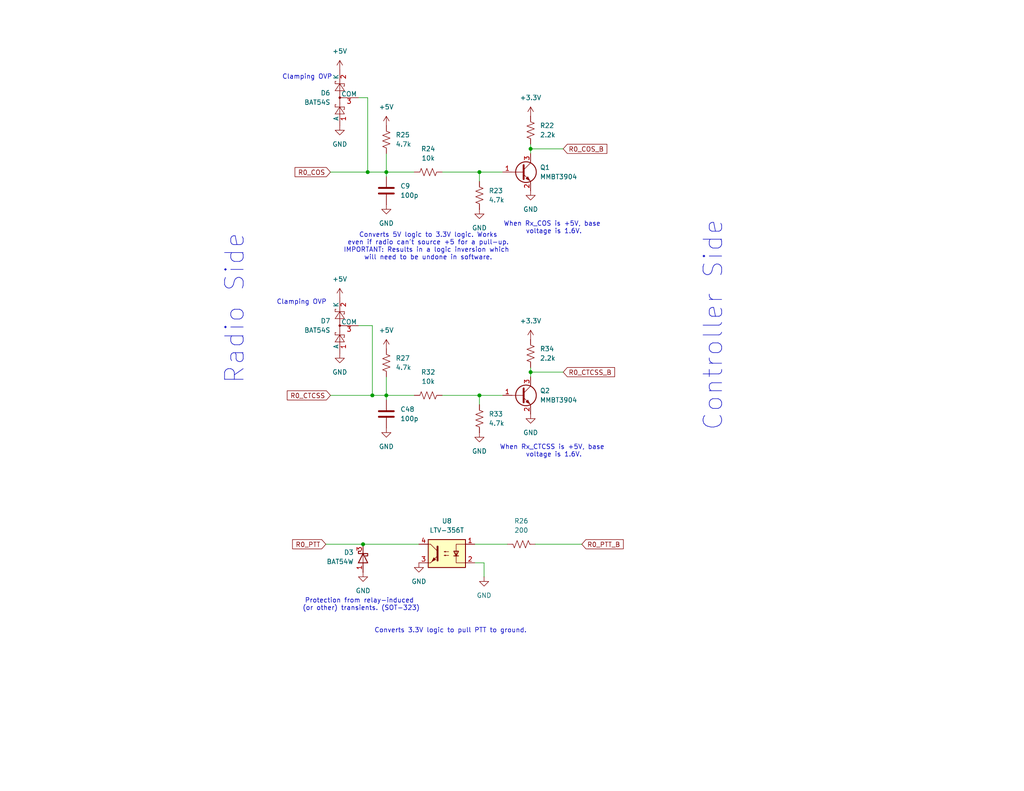
<source format=kicad_sch>
(kicad_sch (version 20250114) (generator "eeschema") (generator_version "9.0")
  (paper "USLetter")
  (title_block (title "COS/CTCSS/PTT Controls (Radio 0)") (date "2025-05-31") (rev "2") (company "Bruce MacKinnon KC1FSZ") (comment 1 "Copyright (C) Bruce MacKinnon, 2025") (comment 2 "NOT FOR COMMERCIAL USE"))
  (lib_symbols
    (symbol "Device:C" (pin_numbers (hide yes)) (pin_names (offset 0.254))
      (property "Reference" "C" (at 0.635 2.54 0))
      (property "Value" "C" (at 0.635 -2.54 0))
      (symbol "C_0_1"
        (polyline (pts (xy -2.032 0.762) (xy 2.032 0.762)) (stroke (width 0.508)))
        (polyline (pts (xy -2.032 -0.762) (xy 2.032 -0.762)) (stroke (width 0.508)))
      )
      (symbol "C_1_1"
        (pin passive line (at 0 3.81 270) (length 2.794) (name "~") (number "1"))
        (pin passive line (at 0 -3.81 90) (length 2.794) (name "~") (number "2"))
      )
    )
    (symbol "Device:R_US" (pin_numbers (hide yes)) (pin_names (offset 0))
      (property "Reference" "R" (at 2.54 0 90))
      (property "Value" "R_US" (at -2.54 0 90))
      (symbol "R_US_0_1"
        (polyline (pts (xy 0 2.286) (xy 0 2.54)))
        (polyline (pts (xy 0 2.286) (xy 1.016 1.905) (xy 0 1.524) (xy -1.016 1.143) (xy 0 0.762)))
        (polyline (pts (xy 0 0.762) (xy 1.016 0.381) (xy 0 0) (xy -1.016 -0.381) (xy 0 -0.762)))
        (polyline (pts (xy 0 -0.762) (xy 1.016 -1.143) (xy 0 -1.524) (xy -1.016 -1.905) (xy 0 -2.286)))
        (polyline (pts (xy 0 -2.286) (xy 0 -2.54)))
      )
      (symbol "R_US_1_1"
        (pin passive line (at 0 3.81 270) (length 1.27) (name "~") (number "1"))
        (pin passive line (at 0 -3.81 90) (length 1.27) (name "~") (number "2"))
      )
    )
    (symbol "Diode:BAT54S" (pin_names (offset 0))
      (property "Reference" "D" (at 2.54 -5.08 0))
      (property "Value" "BAT54S" (at -6.35 3.175 0))
      (symbol "BAT54S_0_1"
        (polyline (pts (xy -4.445 1.27) (xy -4.445 -1.27) (xy -2.54 0) (xy -4.445 1.27)))
        (polyline (pts (xy -3.81 0) (xy -1.27 0)))
        (polyline (pts (xy -3.175 -1.27) (xy -3.175 -1.016)))
        (polyline (pts (xy -2.54 1.27) (xy -1.905 1.27)))
        (polyline (pts (xy -2.54 -1.27) (xy -3.175 -1.27)))
        (polyline (pts (xy -2.54 -1.27) (xy -2.54 1.27)))
        (polyline (pts (xy -1.905 1.27) (xy -1.905 1.016)))
        (polyline (pts (xy -1.905 0) (xy 1.905 0)))
        (circle (center 0 0) (radius 0.254) (fill (type outline)))
        (polyline (pts (xy 1.27 0) (xy 3.81 0)))
        (polyline (pts (xy 1.905 1.27) (xy 1.905 -1.27) (xy 3.81 0) (xy 1.905 1.27)))
        (polyline (pts (xy 3.175 -1.27) (xy 3.175 -1.016)))
        (polyline (pts (xy 3.81 1.27) (xy 4.445 1.27)))
        (polyline (pts (xy 3.81 -1.27) (xy 3.175 -1.27)))
        (polyline (pts (xy 3.81 -1.27) (xy 3.81 1.27)))
        (polyline (pts (xy 4.445 1.27) (xy 4.445 1.016)))
      )
      (symbol "BAT54S_1_1"
        (pin passive line (at -7.62 0 0) (length 3.81) (name "A") (number "1"))
        (pin passive line (at 0 -5.08 90) (length 5.08) (name "COM") (number "3"))
        (pin passive line (at 7.62 0 180) (length 3.81) (name "K") (number "2"))
      )
    )
    (symbol "Diode:BAT54W" (pin_names (offset 1.016) (hide yes))
      (property "Reference" "D" (at 0 2.54 0))
      (property "Value" "BAT54W" (at 0 -2.54 0))
      (symbol "BAT54W_0_1"
        (polyline (pts (xy -1.905 0.635) (xy -1.905 1.27) (xy -1.27 1.27) (xy -1.27 -1.27) (xy -0.635 -1.27) (xy -0.635 -0.635)) (stroke (width 0.254)))
        (polyline (pts (xy 1.27 1.27) (xy 1.27 -1.27) (xy -1.27 0) (xy 1.27 1.27)) (stroke (width 0.254)))
        (polyline (pts (xy 1.27 0) (xy -1.27 0)))
      )
      (symbol "BAT54W_1_1"
        (pin passive line (at -3.81 0 0) (length 2.54) (name "K") (number "3"))
        (pin no_connect line (at 0 0 90) (length 2.54) (hide yes) (name "NC") (number "2"))
        (pin passive line (at 3.81 0 180) (length 2.54) (name "A") (number "1"))
      )
    )
    (symbol "Isolator:LTV-356T" (pin_names (offset 1.016))
      (property "Reference" "U" (at -5.334 4.826 0))
      (property "Value" "LTV-356T" (at 0 5.08 0))
      (symbol "LTV-356T_0_1"
        (rectangle (start -5.08 3.81) (end 5.08 -3.81) (stroke (width 0.254)) (fill (type background)))
        (polyline (pts (xy -5.08 2.54) (xy -2.54 2.54) (xy -2.54 -0.762)))
        (polyline (pts (xy -3.175 -0.635) (xy -1.905 -0.635)) (stroke (width 0.254)))
        (polyline (pts (xy -2.54 -0.635) (xy -2.54 -2.54) (xy -5.08 -2.54)))
        (polyline (pts (xy -2.54 -0.635) (xy -3.175 0.635) (xy -1.905 0.635) (xy -2.54 -0.635)) (stroke (width 0.254)))
        (polyline (pts (xy -0.508 0.508) (xy 0.762 0.508) (xy 0.381 0.381) (xy 0.381 0.635) (xy 0.762 0.508)))
        (polyline (pts (xy -0.508 -0.508) (xy 0.762 -0.508) (xy 0.381 -0.635) (xy 0.381 -0.381) (xy 0.762 -0.508)))
        (polyline (pts (xy 2.54 1.905) (xy 2.54 -1.905) (xy 2.54 -1.905)) (stroke (width 0.508)))
        (polyline (pts (xy 2.54 0.635) (xy 4.445 2.54)))
        (polyline (pts (xy 3.048 -1.651) (xy 3.556 -1.143) (xy 4.064 -2.159) (xy 3.048 -1.651) (xy 3.048 -1.651)) (fill (type outline)))
        (polyline (pts (xy 4.445 2.54) (xy 5.08 2.54)))
        (polyline (pts (xy 4.445 -2.54) (xy 2.54 -0.635)) (fill (type outline)))
        (polyline (pts (xy 4.445 -2.54) (xy 5.08 -2.54)))
      )
      (symbol "LTV-356T_1_1"
        (pin passive line (at -7.62 2.54 0) (length 2.54) (name "~") (number "1"))
        (pin passive line (at -7.62 -2.54 0) (length 2.54) (name "~") (number "2"))
        (pin passive line (at 7.62 2.54 180) (length 2.54) (name "~") (number "4"))
        (pin passive line (at 7.62 -2.54 180) (length 2.54) (name "~") (number "3"))
      )
    )
    (symbol "Transistor_BJT:MMBT3904" (pin_names (offset 0) (hide yes))
      (property "Reference" "Q" (at 5.08 1.905 0))
      (property "Value" "MMBT3904" (at 5.08 0 0))
      (symbol "MMBT3904_0_1"
        (polyline (pts (xy -2.54 0) (xy 0.635 0)))
        (polyline (pts (xy 0.635 1.905) (xy 0.635 -1.905)) (stroke (width 0.508)))
        (circle (center 1.27 0) (radius 2.8194) (stroke (width 0.254)))
      )
      (symbol "MMBT3904_1_1"
        (polyline (pts (xy 0.635 0.635) (xy 2.54 2.54)))
        (polyline (pts (xy 0.635 -0.635) (xy 2.54 -2.54)))
        (polyline (pts (xy 1.27 -1.778) (xy 1.778 -1.27) (xy 2.286 -2.286) (xy 1.27 -1.778)) (fill (type outline)))
        (pin input line (at -5.08 0 0) (length 2.54) (name "B") (number "1"))
        (pin passive line (at 2.54 5.08 270) (length 2.54) (name "C") (number "3"))
        (pin passive line (at 2.54 -5.08 90) (length 2.54) (name "E") (number "2"))
      )
    )
    (symbol "power:+3.3V" (power) (pin_numbers (hide yes)) (pin_names (offset 0) (hide yes))
      (property "Value" "+3.3V" (at 0 3.556 0))
      (symbol "+3.3V_0_1"
        (polyline (pts (xy -0.762 1.27) (xy 0 2.54)))
        (polyline (pts (xy 0 2.54) (xy 0.762 1.27)))
        (polyline (pts (xy 0 0) (xy 0 2.54)))
      )
      (symbol "+3.3V_1_1"
        (pin power_in line (at 0 0 90) (length 0) (name "~") (number "1"))
      )
    )
    (symbol "power:+5V" (power) (pin_numbers (hide yes)) (pin_names (offset 0) (hide yes))
      (property "Value" "+5V" (at 0 3.556 0))
      (symbol "+5V_0_1"
        (polyline (pts (xy -0.762 1.27) (xy 0 2.54)))
        (polyline (pts (xy 0 2.54) (xy 0.762 1.27)))
        (polyline (pts (xy 0 0) (xy 0 2.54)))
      )
      (symbol "+5V_1_1"
        (pin power_in line (at 0 0 90) (length 0) (name "~") (number "1"))
      )
    )
    (symbol "power:GND" (power) (pin_numbers (hide yes)) (pin_names (offset 0) (hide yes))
      (property "Value" "GND" (at 0 -3.81 0))
      (symbol "GND_0_1"
        (polyline (pts (xy 0 0) (xy 0 -1.27) (xy 1.27 -1.27) (xy 0 -2.54) (xy -1.27 -1.27) (xy 0 -1.27)))
      )
      (symbol "GND_1_1"
        (pin power_in line (at 0 0 270) (length 0) (name "~") (number "1"))
      )
    )
  )
  (text "Clamping OVP" (at 82.296 82.55 0) (effects (font (size 1.27 1.27))))
  (text "Clamping OVP" (at 83.82 21.082 0) (effects (font (size 1.27 1.27))))
  (text "When Rx_COS is +5V, base \nvoltage is 1.6V." (at 151.13 62.23 0) (effects (font (size 1.27 1.27))))
  (text "When Rx_CTCSS is +5V, base \nvoltage is 1.6V." (at 151.13 123.19 0) (effects (font (size 1.27 1.27))))
  (text "Controller Side" (at 194.564 88.9 90) (effects (font (size 5.08 5.08))))
  (text "Converts 5V logic to 3.3V logic. Works\neven if radio can't source +5 for a pull-up.\nIMPORTANT: Results in a logic inversion which \nwill need to be undone in software." (at 116.84 67.31 0) (effects (font (size 1.27 1.27))))
  (text "Radio Side" (at 64.008 84.328 90) (effects (font (size 5.08 5.08))))
  (text "Protection from relay-induced \n(or other) transients. (SOT-323)" (at 98.552 165.1 0) (effects (font (size 1.27 1.27))))
  (text "Converts 3.3V logic to pull PTT to ground." (at 122.936 172.212 0) (effects (font (size 1.27 1.27))))
  (junction (at 100.33 46.99))
  (junction (at 105.41 46.99))
  (junction (at 144.78 101.6))
  (junction (at 130.81 107.95))
  (junction (at 105.41 107.95))
  (junction (at 99.06 148.59))
  (junction (at 130.81 46.99))
  (junction (at 101.6 107.95))
  (junction (at 144.78 40.64))
  (wire (pts (xy 105.41 46.99) (xy 113.03 46.99)))
  (wire (pts (xy 138.43 148.59) (xy 129.54 148.59)))
  (wire (pts (xy 97.79 26.67) (xy 100.33 26.67)))
  (wire (pts (xy 114.3 148.59) (xy 99.06 148.59)))
  (wire (pts (xy 100.33 26.67) (xy 100.33 46.99)))
  (wire (pts (xy 144.78 101.6) (xy 144.78 102.87)))
  (wire (pts (xy 129.54 153.67) (xy 132.08 153.67)))
  (wire (pts (xy 158.75 148.59) (xy 146.05 148.59)))
  (wire (pts (xy 120.65 46.99) (xy 130.81 46.99)))
  (wire (pts (xy 144.78 40.64) (xy 144.78 41.91)))
  (wire (pts (xy 144.78 39.37) (xy 144.78 40.64)))
  (wire (pts (xy 130.81 107.95) (xy 137.16 107.95)))
  (wire (pts (xy 105.41 46.99) (xy 100.33 46.99)))
  (wire (pts (xy 144.78 40.64) (xy 153.67 40.64)))
  (wire (pts (xy 105.41 102.87) (xy 105.41 107.95)))
  (wire (pts (xy 120.65 107.95) (xy 130.81 107.95)))
  (wire (pts (xy 144.78 100.33) (xy 144.78 101.6)))
  (wire (pts (xy 105.41 107.95) (xy 105.41 109.22)))
  (wire (pts (xy 97.79 88.9) (xy 101.6 88.9)))
  (wire (pts (xy 105.41 46.99) (xy 105.41 48.26)))
  (wire (pts (xy 100.33 46.99) (xy 90.17 46.99)))
  (wire (pts (xy 101.6 107.95) (xy 90.17 107.95)))
  (wire (pts (xy 130.81 46.99) (xy 130.81 49.53)))
  (wire (pts (xy 105.41 107.95) (xy 101.6 107.95)))
  (wire (pts (xy 130.81 107.95) (xy 130.81 110.49)))
  (wire (pts (xy 105.41 41.91) (xy 105.41 46.99)))
  (wire (pts (xy 132.08 153.67) (xy 132.08 157.48)))
  (wire (pts (xy 99.06 148.59) (xy 88.9 148.59)))
  (wire (pts (xy 144.78 101.6) (xy 153.67 101.6)))
  (wire (pts (xy 101.6 88.9) (xy 101.6 107.95)))
  (wire (pts (xy 105.41 107.95) (xy 113.03 107.95)))
  (wire (pts (xy 130.81 46.99) (xy 137.16 46.99)))
  (global_label "R0_CTCSS_B" (shape input) (at 153.67 101.6 0) (property "Intersheetrefs" "${INTERSHEET_REFS}" (effects (hide yes))))
  (global_label "R0_PTT" (shape input) (at 88.9 148.59 180) (property "Intersheetrefs" "${INTERSHEET_REFS}" (effects (hide yes))))
  (global_label "R0_COS" (shape input) (at 90.17 46.99 180) (property "Intersheetrefs" "${INTERSHEET_REFS}" (effects (hide yes))))
  (global_label "R0_COS_B" (shape input) (at 153.67 40.64 0) (property "Intersheetrefs" "${INTERSHEET_REFS}" (effects (hide yes))))
  (global_label "R0_CTCSS" (shape input) (at 90.17 107.95 180) (property "Intersheetrefs" "${INTERSHEET_REFS}" (effects (hide yes))))
  (global_label "R0_PTT_B" (shape input) (at 158.75 148.59 0) (property "Intersheetrefs" "${INTERSHEET_REFS}" (effects (hide yes))))
  (symbol (lib_id "Diode:BAT54S") (at 92.71 26.67 90) (unit 1)
    (property "Reference" "D6" (at 90.17 25.3999 90) (effects (justify left)))
    (property "Value" "BAT54S" (at 90.17 27.9399 90) (effects (justify left)))
    (property "Footprint" "Package_TO_SOT_SMD:SOT-23" (effects (hide yes)))
    (property "Datasheet" "https://www.diodes.com/assets/Datasheets/ds11005.pdf" (effects (hide yes)))
    (property "Description" "Vr 30V, If 200mA, Dual schottky barrier diode, in series, SOT-323" (effects (hide yes)))
  )
  (symbol (lib_id "Transistor_BJT:MMBT3904") (at 142.24 107.95 0) (unit 1)
    (property "Reference" "Q2" (at 147.32 106.6799 0) (effects (justify left)))
    (property "Value" "MMBT3904" (at 147.32 109.2199 0) (effects (justify left)))
    (property "Footprint" "Package_TO_SOT_SMD:SOT-23" (effects (hide yes)))
    (property "Datasheet" "https://www.onsemi.com/pdf/datasheet/pzt3904-d.pdf" (effects (hide yes)))
    (property "Description" "0.2A Ic, 40V Vce, Small Signal NPN Transistor, SOT-23" (effects (hide yes)))
  )
  (symbol (lib_id "power:GND") (at 144.78 52.07 0) (unit 1)
    (property "Reference" "#PWR068" (effects (hide yes)))
    (property "Value" "GND" (at 144.78 57.15 0))
    (property "Description" "Power symbol creates a global label with name \"GND\" , ground" (effects (hide yes)))
  )
  (symbol (lib_id "power:GND") (at 114.3 153.67 0) (mirror y) (unit 1)
    (property "Reference" "#PWR074" (effects (hide yes)))
    (property "Value" "GND" (at 114.3 158.75 0))
    (property "Description" "Power symbol creates a global label with name \"GND\" , ground" (effects (hide yes)))
  )
  (symbol (lib_id "Diode:BAT54S") (at 92.71 88.9 90) (unit 1)
    (property "Reference" "D7" (at 90.17 87.6299 90) (effects (justify left)))
    (property "Value" "BAT54S" (at 90.17 90.1699 90) (effects (justify left)))
    (property "Footprint" "Package_TO_SOT_SMD:SOT-23" (effects (hide yes)))
    (property "Datasheet" "https://www.diodes.com/assets/Datasheets/ds11005.pdf" (effects (hide yes)))
    (property "Description" "Vr 30V, If 200mA, Dual schottky barrier diode, in series, SOT-323" (effects (hide yes)))
  )
  (symbol (lib_id "power:+5V") (at 105.41 95.25 0) (unit 1)
    (property "Reference" "#PWR0111" (effects (hide yes)))
    (property "Value" "+5V" (at 105.41 90.17 0))
    (property "Description" "Power symbol creates a global label with name \"+5V\"" (effects (hide yes)))
  )
  (symbol (lib_id "power:GND") (at 130.81 57.15 0) (unit 1)
    (property "Reference" "#PWR072" (effects (hide yes)))
    (property "Value" "GND" (at 130.81 62.23 0))
    (property "Description" "Power symbol creates a global label with name \"GND\" , ground" (effects (hide yes)))
  )
  (symbol (lib_id "Diode:BAT54W") (at 99.06 152.4 90) (mirror x) (unit 1)
    (property "Reference" "D3" (at 96.52 150.8124 90) (effects (justify left)))
    (property "Value" "BAT54W" (at 96.52 153.3524 90) (effects (justify left)))
    (property "Footprint" "Package_TO_SOT_SMD:SOT-323_SC-70" (effects (hide yes)))
    (property "Datasheet" "https://assets.nexperia.com/documents/data-sheet/BAT54W_SER.pdf" (effects (hide yes)))
    (property "Description" "Schottky barrier diode, SOT-323" (effects (hide yes)))
  )
  (symbol (lib_id "power:+3.3V") (at 144.78 31.75 0) (unit 1)
    (property "Reference" "#PWR015" (effects (hide yes)))
    (property "Value" "+3.3V" (at 144.78 26.67 0))
    (property "Description" "Power symbol creates a global label with name \"+3.3V\"" (effects (hide yes)))
  )
  (symbol (lib_id "Device:R_US") (at 116.84 107.95 90) (unit 1)
    (property "Reference" "R32" (at 116.84 101.6 90))
    (property "Value" "10k" (at 116.84 104.14 90))
    (property "Footprint" "Resistor_SMD:R_0805_2012Metric_Pad1.20x1.40mm_HandSolder" (effects (hide yes)))
    (property "Description" "Resistor, US symbol" (effects (hide yes)))
  )
  (symbol (lib_id "power:GND") (at 130.81 118.11 0) (unit 1)
    (property "Reference" "#PWR0113" (effects (hide yes)))
    (property "Value" "GND" (at 130.81 123.19 0))
    (property "Description" "Power symbol creates a global label with name \"GND\" , ground" (effects (hide yes)))
  )
  (symbol (lib_id "Isolator:LTV-356T") (at 121.92 151.13 0) (mirror y) (unit 1)
    (property "Reference" "U8" (at 121.92 142.24 0))
    (property "Value" "LTV-356T" (at 121.92 144.78 0))
    (property "Footprint" "Package_SO:SO-4_4.4x3.6mm_P2.54mm" (effects (hide yes)))
    (property "Datasheet" "http://optoelectronics.liteon.com/upload/download/DS70-2001-010/S_110_LTV-356T%2020140520.pdf" (effects (hide yes)))
    (property "Description" "DC Optocoupler, Vce 80V, CTR 50%, SO-4" (effects (hide yes)))
  )
  (symbol (lib_id "Device:R_US") (at 105.41 38.1 0) (unit 1)
    (property "Reference" "R25" (at 107.95 36.8299 0) (effects (justify left)))
    (property "Value" "4.7k" (at 107.95 39.3699 0) (effects (justify left)))
    (property "Footprint" "Resistor_SMD:R_0805_2012Metric_Pad1.20x1.40mm_HandSolder" (effects (hide yes)))
    (property "Description" "Resistor, US symbol" (effects (hide yes)))
  )
  (symbol (lib_id "power:+5V") (at 92.71 19.05 0) (unit 1)
    (property "Reference" "#PWR0102" (effects (hide yes)))
    (property "Value" "+5V" (at 92.71 13.97 0))
    (property "Description" "Power symbol creates a global label with name \"+5V\"" (effects (hide yes)))
  )
  (symbol (lib_id "Device:R_US") (at 142.24 148.59 270) (mirror x) (unit 1)
    (property "Reference" "R26" (at 142.24 142.24 90))
    (property "Value" "200" (at 142.24 144.78 90))
    (property "Footprint" "Resistor_SMD:R_0805_2012Metric_Pad1.20x1.40mm_HandSolder" (effects (hide yes)))
    (property "Description" "Resistor, US symbol" (effects (hide yes)))
  )
  (symbol (lib_id "Device:R_US") (at 116.84 46.99 90) (unit 1)
    (property "Reference" "R24" (at 116.84 40.64 90))
    (property "Value" "10k" (at 116.84 43.18 90))
    (property "Footprint" "Resistor_SMD:R_0805_2012Metric_Pad1.20x1.40mm_HandSolder" (effects (hide yes)))
    (property "Description" "Resistor, US symbol" (effects (hide yes)))
  )
  (symbol (lib_id "Device:C") (at 105.41 52.07 0) (unit 1)
    (property "Reference" "C9" (at 109.22 50.7999 0) (effects (justify left)))
    (property "Value" "100p" (at 109.22 53.3399 0) (effects (justify left)))
    (property "Footprint" "Capacitor_SMD:C_0805_2012Metric_Pad1.18x1.45mm_HandSolder" (effects (hide yes)))
    (property "Description" "Unpolarized capacitor" (effects (hide yes)))
  )
  (symbol (lib_id "power:GND") (at 99.06 156.21 0) (mirror y) (unit 1)
    (property "Reference" "#PWR017" (effects (hide yes)))
    (property "Value" "GND" (at 99.06 161.29 0))
    (property "Description" "Power symbol creates a global label with name \"GND\" , ground" (effects (hide yes)))
  )
  (symbol (lib_id "power:GND") (at 132.08 157.48 0) (mirror y) (unit 1)
    (property "Reference" "#PWR070" (effects (hide yes)))
    (property "Value" "GND" (at 132.08 162.56 0))
    (property "Description" "Power symbol creates a global label with name \"GND\" , ground" (effects (hide yes)))
  )
  (symbol (lib_id "power:+5V") (at 105.41 34.29 0) (unit 1)
    (property "Reference" "#PWR075" (effects (hide yes)))
    (property "Value" "+5V" (at 105.41 29.21 0))
    (property "Description" "Power symbol creates a global label with name \"+5V\"" (effects (hide yes)))
  )
  (symbol (lib_id "Device:R_US") (at 144.78 35.56 0) (unit 1)
    (property "Reference" "R22" (at 147.32 34.2899 0) (effects (justify left)))
    (property "Value" "2.2k" (at 147.32 36.8299 0) (effects (justify left)))
    (property "Footprint" "Resistor_SMD:R_0805_2012Metric_Pad1.20x1.40mm_HandSolder" (effects (hide yes)))
    (property "Description" "Resistor, US symbol" (effects (hide yes)))
  )
  (symbol (lib_id "Device:R_US") (at 144.78 96.52 0) (unit 1)
    (property "Reference" "R34" (at 147.32 95.2499 0) (effects (justify left)))
    (property "Value" "2.2k" (at 147.32 97.7899 0) (effects (justify left)))
    (property "Footprint" "Resistor_SMD:R_0805_2012Metric_Pad1.20x1.40mm_HandSolder" (effects (hide yes)))
    (property "Description" "Resistor, US symbol" (effects (hide yes)))
  )
  (symbol (lib_id "power:GND") (at 92.71 34.29 0) (unit 1)
    (property "Reference" "#PWR0103" (effects (hide yes)))
    (property "Value" "GND" (at 92.71 39.37 0))
    (property "Description" "Power symbol creates a global label with name \"GND\" , ground" (effects (hide yes)))
  )
  (symbol (lib_id "power:GND") (at 105.41 55.88 0) (unit 1)
    (property "Reference" "#PWR073" (effects (hide yes)))
    (property "Value" "GND" (at 105.41 60.96 0))
    (property "Description" "Power symbol creates a global label with name \"GND\" , ground" (effects (hide yes)))
  )
  (symbol (lib_id "power:+5V") (at 92.71 81.28 0) (unit 1)
    (property "Reference" "#PWR0104" (effects (hide yes)))
    (property "Value" "+5V" (at 92.71 76.2 0))
    (property "Description" "Power symbol creates a global label with name \"+5V\"" (effects (hide yes)))
  )
  (symbol (lib_id "Device:R_US") (at 130.81 114.3 0) (unit 1)
    (property "Reference" "R33" (at 133.35 113.0299 0) (effects (justify left)))
    (property "Value" "4.7k" (at 133.35 115.5699 0) (effects (justify left)))
    (property "Footprint" "Resistor_SMD:R_0805_2012Metric_Pad1.20x1.40mm_HandSolder" (effects (hide yes)))
    (property "Description" "Resistor, US symbol" (effects (hide yes)))
  )
  (symbol (lib_id "power:GND") (at 105.41 116.84 0) (unit 1)
    (property "Reference" "#PWR0112" (effects (hide yes)))
    (property "Value" "GND" (at 105.41 121.92 0))
    (property "Description" "Power symbol creates a global label with name \"GND\" , ground" (effects (hide yes)))
  )
  (symbol (lib_id "power:+3.3V") (at 144.78 92.71 0) (unit 1)
    (property "Reference" "#PWR0114" (effects (hide yes)))
    (property "Value" "+3.3V" (at 144.78 87.63 0))
    (property "Description" "Power symbol creates a global label with name \"+3.3V\"" (effects (hide yes)))
  )
  (symbol (lib_id "Device:R_US") (at 130.81 53.34 0) (unit 1)
    (property "Reference" "R23" (at 133.35 52.0699 0) (effects (justify left)))
    (property "Value" "4.7k" (at 133.35 54.6099 0) (effects (justify left)))
    (property "Footprint" "Resistor_SMD:R_0805_2012Metric_Pad1.20x1.40mm_HandSolder" (effects (hide yes)))
    (property "Description" "Resistor, US symbol" (effects (hide yes)))
  )
  (symbol (lib_id "power:GND") (at 144.78 113.03 0) (unit 1)
    (property "Reference" "#PWR0115" (effects (hide yes)))
    (property "Value" "GND" (at 144.78 118.11 0))
    (property "Description" "Power symbol creates a global label with name \"GND\" , ground" (effects (hide yes)))
  )
  (symbol (lib_id "Device:R_US") (at 105.41 99.06 0) (unit 1)
    (property "Reference" "R27" (at 107.95 97.7899 0) (effects (justify left)))
    (property "Value" "4.7k" (at 107.95 100.3299 0) (effects (justify left)))
    (property "Footprint" "Resistor_SMD:R_0805_2012Metric_Pad1.20x1.40mm_HandSolder" (effects (hide yes)))
    (property "Description" "Resistor, US symbol" (effects (hide yes)))
  )
  (symbol (lib_id "power:GND") (at 92.71 96.52 0) (unit 1)
    (property "Reference" "#PWR0107" (effects (hide yes)))
    (property "Value" "GND" (at 92.71 101.6 0))
    (property "Description" "Power symbol creates a global label with name \"GND\" , ground" (effects (hide yes)))
  )
  (symbol (lib_id "Transistor_BJT:MMBT3904") (at 142.24 46.99 0) (unit 1)
    (property "Reference" "Q1" (at 147.32 45.7199 0) (effects (justify left)))
    (property "Value" "MMBT3904" (at 147.32 48.2599 0) (effects (justify left)))
    (property "Footprint" "Package_TO_SOT_SMD:SOT-23" (effects (hide yes)))
    (property "Datasheet" "https://www.onsemi.com/pdf/datasheet/pzt3904-d.pdf" (effects (hide yes)))
    (property "Description" "0.2A Ic, 40V Vce, Small Signal NPN Transistor, SOT-23" (effects (hide yes)))
  )
  (symbol (lib_id "Device:C") (at 105.41 113.03 0) (unit 1)
    (property "Reference" "C48" (at 109.22 111.7599 0) (effects (justify left)))
    (property "Value" "100p" (at 109.22 114.2999 0) (effects (justify left)))
    (property "Footprint" "Capacitor_SMD:C_0805_2012Metric_Pad1.18x1.45mm_HandSolder" (effects (hide yes)))
    (property "Description" "Unpolarized capacitor" (effects (hide yes)))
  )
)
</source>
